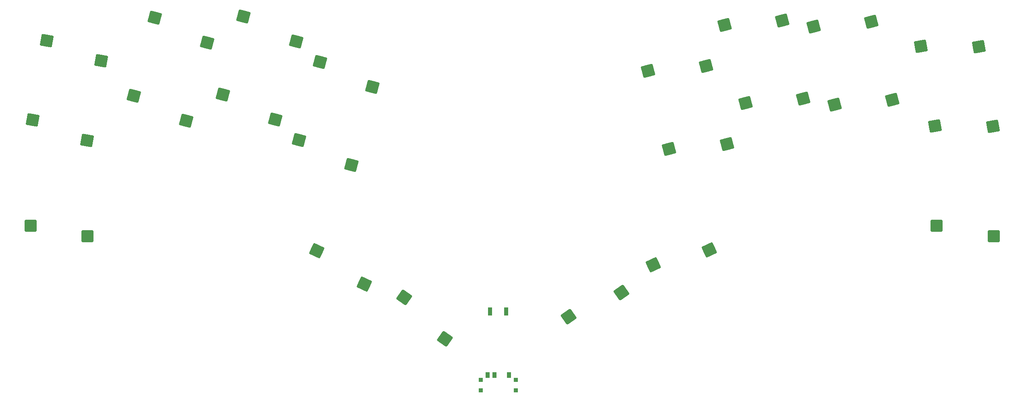
<source format=gbp>
G04 #@! TF.GenerationSoftware,KiCad,Pcbnew,7.0.1*
G04 #@! TF.CreationDate,2023-05-13T12:57:31+02:00*
G04 #@! TF.ProjectId,tutorial,7475746f-7269-4616-9c2e-6b696361645f,v1.0.0*
G04 #@! TF.SameCoordinates,Original*
G04 #@! TF.FileFunction,Paste,Bot*
G04 #@! TF.FilePolarity,Positive*
%FSLAX46Y46*%
G04 Gerber Fmt 4.6, Leading zero omitted, Abs format (unit mm)*
G04 Created by KiCad (PCBNEW 7.0.1) date 2023-05-13 12:57:31*
%MOMM*%
%LPD*%
G01*
G04 APERTURE LIST*
G04 Aperture macros list*
%AMRoundRect*
0 Rectangle with rounded corners*
0 $1 Rounding radius*
0 $2 $3 $4 $5 $6 $7 $8 $9 X,Y pos of 4 corners*
0 Add a 4 corners polygon primitive as box body*
4,1,4,$2,$3,$4,$5,$6,$7,$8,$9,$2,$3,0*
0 Add four circle primitives for the rounded corners*
1,1,$1+$1,$2,$3*
1,1,$1+$1,$4,$5*
1,1,$1+$1,$6,$7*
1,1,$1+$1,$8,$9*
0 Add four rect primitives between the rounded corners*
20,1,$1+$1,$2,$3,$4,$5,0*
20,1,$1+$1,$4,$5,$6,$7,0*
20,1,$1+$1,$6,$7,$8,$9,0*
20,1,$1+$1,$8,$9,$2,$3,0*%
G04 Aperture macros list end*
%ADD10RoundRect,0.250000X-0.506347X-1.339492X1.351584X-0.473124X0.506347X1.339492X-1.351584X0.473124X0*%
%ADD11RoundRect,0.250000X-1.248893X-0.700636X0.731255X-1.231215X1.248893X0.700636X-0.731255X1.231215X0*%
%ADD12RoundRect,0.250000X-0.731255X-1.231215X1.248893X-0.700636X0.731255X1.231215X-1.248893X0.700636X0*%
%ADD13RoundRect,0.250000X-0.835780X-1.162797X1.183076X-0.806818X0.835780X1.162797X-1.183076X0.806818X0*%
%ADD14RoundRect,0.250000X-1.025000X-1.000000X1.025000X-1.000000X1.025000X1.000000X-1.025000X1.000000X0*%
%ADD15RoundRect,0.250000X-1.183076X-0.806818X0.835780X-1.162797X1.183076X0.806818X-0.835780X1.162797X0*%
%ADD16RoundRect,0.250000X-0.266054X-1.407068X1.413207X-0.231236X0.266054X1.407068X-1.413207X0.231236X0*%
%ADD17RoundRect,0.250000X-1.351584X-0.473124X0.506347X-1.339492X1.351584X0.473124X-0.506347X1.339492X0*%
%ADD18RoundRect,0.250000X-1.413207X-0.231236X0.266054X-1.407068X1.413207X0.231236X-0.266054X1.407068X0*%
%ADD19R,0.900000X0.900000*%
%ADD20R,0.900000X1.250000*%
%ADD21R,0.900000X1.700000*%
G04 APERTURE END LIST*
D10*
X238345367Y-130827217D03*
X250150821Y-127749675D03*
D11*
X163941827Y-104634136D03*
X174963535Y-109865002D03*
D12*
X276409167Y-97128384D03*
X288569679Y-96147592D03*
D13*
X294552543Y-84899465D03*
X306752262Y-84982264D03*
D12*
X253302613Y-80440178D03*
X265463125Y-79459386D03*
D13*
X297504582Y-101641194D03*
X309704301Y-101723993D03*
D14*
X107493837Y-122684014D03*
X119493837Y-124884014D03*
D11*
X133568404Y-78895930D03*
X144590112Y-84126796D03*
D12*
X257702517Y-96860926D03*
X269863029Y-95880134D03*
D15*
X107940920Y-100425658D03*
X119376587Y-104676013D03*
D12*
X272009223Y-80707653D03*
X284169735Y-79726861D03*
X237235905Y-90025141D03*
X249396417Y-89044349D03*
D16*
X220595804Y-141779593D03*
X231687497Y-136698811D03*
D14*
X297845293Y-122683999D03*
X309845293Y-124883999D03*
D11*
X147875129Y-95049188D03*
X158896837Y-100280054D03*
D12*
X241635840Y-106445873D03*
X253796352Y-105465081D03*
D11*
X152275050Y-78628433D03*
X163296758Y-83859299D03*
D15*
X110892949Y-83683925D03*
X122328616Y-87934280D03*
D17*
X167649614Y-127868875D03*
X177595548Y-134934172D03*
D11*
X129168501Y-95316665D03*
X140190209Y-100547531D03*
D18*
X186009259Y-137764551D03*
X194577216Y-146449603D03*
D11*
X168341734Y-88213419D03*
X179363442Y-93444285D03*
D19*
X202063854Y-155074010D03*
X202063854Y-157274010D03*
X209463854Y-155074010D03*
X209463854Y-157274010D03*
D20*
X208013854Y-154099010D03*
X205013854Y-154099010D03*
X203513854Y-154099010D03*
D21*
X207463845Y-140674023D03*
X204063845Y-140674023D03*
M02*

</source>
